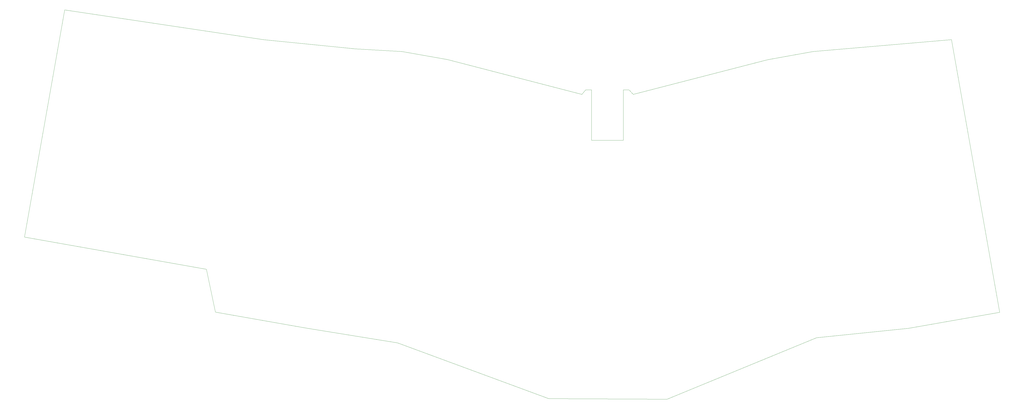
<source format=gbr>
%TF.GenerationSoftware,KiCad,Pcbnew,(6.0.4)*%
%TF.CreationDate,2022-12-29T16:55:39-05:00*%
%TF.ProjectId,atreuskeypad,61747265-7573-46b6-9579-7061642e6b69,rev?*%
%TF.SameCoordinates,Original*%
%TF.FileFunction,Profile,NP*%
%FSLAX46Y46*%
G04 Gerber Fmt 4.6, Leading zero omitted, Abs format (unit mm)*
G04 Created by KiCad (PCBNEW (6.0.4)) date 2022-12-29 16:55:39*
%MOMM*%
%LPD*%
G01*
G04 APERTURE LIST*
%TA.AperFunction,Profile*%
%ADD10C,0.100000*%
%TD*%
G04 APERTURE END LIST*
D10*
X173710000Y-53030000D02*
X176130000Y-53010000D01*
X173710000Y-73870000D02*
X173710000Y-53030000D01*
X160580000Y-73870000D02*
X173710000Y-73870000D01*
X160590000Y-53010000D02*
X160580000Y-73870000D01*
X158160000Y-53020000D02*
X160590000Y-53010000D01*
X-56890000Y-20030000D02*
X-73460000Y-113820000D01*
X156620000Y-54900000D02*
X101110000Y-40460000D01*
X25160000Y-32250000D02*
X-56890000Y-20030000D01*
X309200000Y-32300000D02*
X252030000Y-37210000D01*
X158160000Y-53020000D02*
X156620000Y-54900000D01*
X142930000Y-180530000D02*
X191720000Y-180780000D01*
X82330000Y-37160000D02*
X63170000Y-36090000D01*
X233260000Y-40540000D02*
X177780000Y-54930000D01*
X329050000Y-144860000D02*
X309200000Y-32300000D01*
X1570000Y-127090000D02*
X5330000Y-144810000D01*
X-73460000Y-113820000D02*
X1570000Y-127090000D01*
X63170000Y-36090000D02*
X25160000Y-32250000D01*
X191720000Y-180780000D02*
X253520000Y-155350000D01*
X177780000Y-54930000D02*
X176130000Y-53010000D01*
X42840000Y-151430000D02*
X80500000Y-157540000D01*
X80500000Y-157540000D02*
X142930000Y-180530000D01*
X5330000Y-144810000D02*
X42840000Y-151430000D01*
X252030000Y-37210000D02*
X233260000Y-40540000D01*
X291520000Y-151460000D02*
X329050000Y-144860000D01*
X101110000Y-40460000D02*
X82330000Y-37160000D01*
X253520000Y-155350000D02*
X291520000Y-151460000D01*
M02*

</source>
